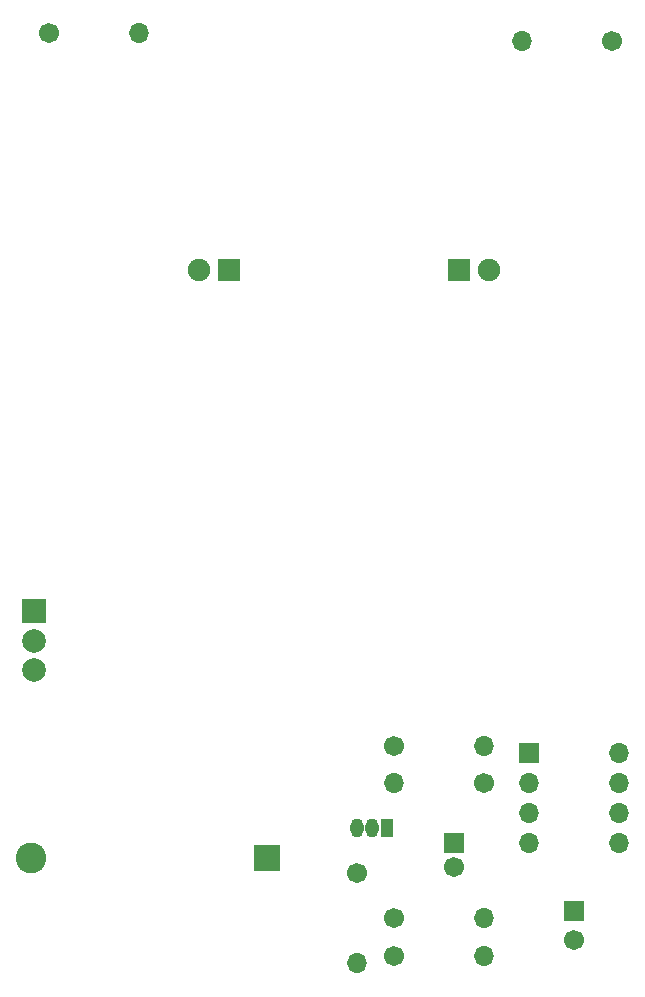
<source format=gbs>
G04 #@! TF.GenerationSoftware,KiCad,Pcbnew,(5.0.0)*
G04 #@! TF.CreationDate,2018-09-20T09:30:45-05:00*
G04 #@! TF.ProjectId,El_Santo,456C5F53616E746F2E6B696361645F70,V1.0*
G04 #@! TF.SameCoordinates,Original*
G04 #@! TF.FileFunction,Soldermask,Bot*
G04 #@! TF.FilePolarity,Negative*
%FSLAX46Y46*%
G04 Gerber Fmt 4.6, Leading zero omitted, Abs format (unit mm)*
G04 Created by KiCad (PCBNEW (5.0.0)) date 09/20/18 09:30:45*
%MOMM*%
%LPD*%
G01*
G04 APERTURE LIST*
%ADD10R,2.271600X2.271600*%
%ADD11C,2.601600*%
%ADD12R,1.701600X1.701600*%
%ADD13C,1.701600*%
%ADD14R,1.901600X1.901600*%
%ADD15C,1.901600*%
%ADD16O,1.101600X1.601600*%
%ADD17R,1.101600X1.601600*%
%ADD18O,1.701600X1.701600*%
%ADD19R,2.001600X2.001600*%
%ADD20C,2.001600*%
G04 APERTURE END LIST*
D10*
G04 #@! TO.C,BAT1*
X149225000Y-114935000D03*
D11*
X129225000Y-114935000D03*
G04 #@! TD*
D12*
G04 #@! TO.C,C1*
X165100000Y-113665000D03*
D13*
X165100000Y-115665000D03*
G04 #@! TD*
D12*
G04 #@! TO.C,C2*
X175260000Y-119380000D03*
D13*
X175260000Y-121880000D03*
G04 #@! TD*
D14*
G04 #@! TO.C,D1*
X165481000Y-65151000D03*
D15*
X168021000Y-65151000D03*
G04 #@! TD*
G04 #@! TO.C,D2*
X143510000Y-65151000D03*
D14*
X146050000Y-65151000D03*
G04 #@! TD*
D16*
G04 #@! TO.C,Q1*
X158115000Y-112395000D03*
X156845000Y-112395000D03*
D17*
X159385000Y-112395000D03*
G04 #@! TD*
D18*
G04 #@! TO.C,R1*
X167640000Y-105410000D03*
D13*
X160020000Y-105410000D03*
G04 #@! TD*
G04 #@! TO.C,R2*
X167640000Y-108585000D03*
D18*
X160020000Y-108585000D03*
G04 #@! TD*
D13*
G04 #@! TO.C,R3*
X160020000Y-120015000D03*
D18*
X167640000Y-120015000D03*
G04 #@! TD*
G04 #@! TO.C,R4*
X167640000Y-123190000D03*
D13*
X160020000Y-123190000D03*
G04 #@! TD*
G04 #@! TO.C,R5*
X156845000Y-116205000D03*
D18*
X156845000Y-123825000D03*
G04 #@! TD*
G04 #@! TO.C,R6*
X170815000Y-45720000D03*
D13*
X178435000Y-45720000D03*
G04 #@! TD*
G04 #@! TO.C,R7*
X130810000Y-45085000D03*
D18*
X138430000Y-45085000D03*
G04 #@! TD*
D19*
G04 #@! TO.C,S1*
X129540000Y-94020000D03*
D20*
X129540000Y-96520000D03*
X129540000Y-99020000D03*
G04 #@! TD*
D12*
G04 #@! TO.C,U1*
X171450000Y-106045000D03*
D18*
X179070000Y-113665000D03*
X171450000Y-108585000D03*
X179070000Y-111125000D03*
X171450000Y-111125000D03*
X179070000Y-108585000D03*
X171450000Y-113665000D03*
X179070000Y-106045000D03*
G04 #@! TD*
M02*

</source>
